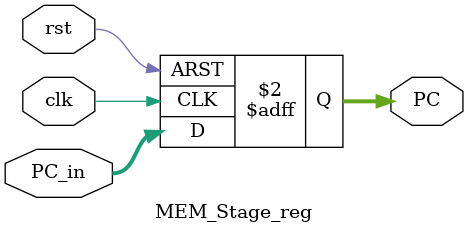
<source format=v>
module MEM_Stage_reg(input clk, rst, input[31:0] PC_in, output reg[31:0] PC);
	always @(posedge clk, posedge rst) begin
		if(rst)
			PC <= 32'b0;
		else
			PC <= PC_in;
	end
endmodule
</source>
